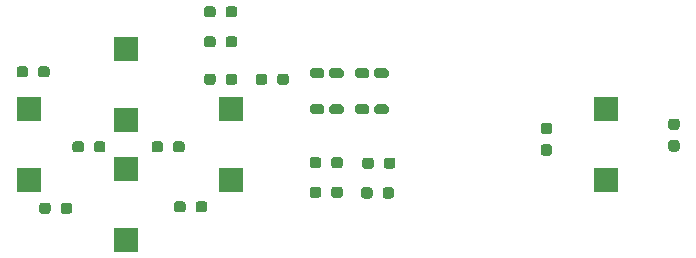
<source format=gbr>
%TF.GenerationSoftware,KiCad,Pcbnew,(5.1.9)-1*%
%TF.CreationDate,2021-11-21T17:51:23+01:00*%
%TF.ProjectId,MemoryBrakout,4d656d6f-7279-4427-9261-6b6f75742e6b,rev?*%
%TF.SameCoordinates,Original*%
%TF.FileFunction,Paste,Top*%
%TF.FilePolarity,Positive*%
%FSLAX46Y46*%
G04 Gerber Fmt 4.6, Leading zero omitted, Abs format (unit mm)*
G04 Created by KiCad (PCBNEW (5.1.9)-1) date 2021-11-21 17:51:23*
%MOMM*%
%LPD*%
G01*
G04 APERTURE LIST*
%ADD10R,2.000000X2.000000*%
G04 APERTURE END LIST*
%TO.C,R2*%
G36*
G01*
X209152500Y-106452000D02*
X208677500Y-106452000D01*
G75*
G02*
X208440000Y-106214500I0J237500D01*
G01*
X208440000Y-105714500D01*
G75*
G02*
X208677500Y-105477000I237500J0D01*
G01*
X209152500Y-105477000D01*
G75*
G02*
X209390000Y-105714500I0J-237500D01*
G01*
X209390000Y-106214500D01*
G75*
G02*
X209152500Y-106452000I-237500J0D01*
G01*
G37*
G36*
G01*
X209152500Y-104627000D02*
X208677500Y-104627000D01*
G75*
G02*
X208440000Y-104389500I0J237500D01*
G01*
X208440000Y-103889500D01*
G75*
G02*
X208677500Y-103652000I237500J0D01*
G01*
X209152500Y-103652000D01*
G75*
G02*
X209390000Y-103889500I0J-237500D01*
G01*
X209390000Y-104389500D01*
G75*
G02*
X209152500Y-104627000I-237500J0D01*
G01*
G37*
%TD*%
%TO.C,R3*%
G36*
G01*
X197882500Y-104010000D02*
X198357500Y-104010000D01*
G75*
G02*
X198595000Y-104247500I0J-237500D01*
G01*
X198595000Y-104747500D01*
G75*
G02*
X198357500Y-104985000I-237500J0D01*
G01*
X197882500Y-104985000D01*
G75*
G02*
X197645000Y-104747500I0J237500D01*
G01*
X197645000Y-104247500D01*
G75*
G02*
X197882500Y-104010000I237500J0D01*
G01*
G37*
G36*
G01*
X197882500Y-105835000D02*
X198357500Y-105835000D01*
G75*
G02*
X198595000Y-106072500I0J-237500D01*
G01*
X198595000Y-106572500D01*
G75*
G02*
X198357500Y-106810000I-237500J0D01*
G01*
X197882500Y-106810000D01*
G75*
G02*
X197645000Y-106572500I0J237500D01*
G01*
X197645000Y-106072500D01*
G75*
G02*
X197882500Y-105835000I237500J0D01*
G01*
G37*
%TD*%
%TO.C,R4*%
G36*
G01*
X170963000Y-97392500D02*
X170963000Y-96917500D01*
G75*
G02*
X171200500Y-96680000I237500J0D01*
G01*
X171700500Y-96680000D01*
G75*
G02*
X171938000Y-96917500I0J-237500D01*
G01*
X171938000Y-97392500D01*
G75*
G02*
X171700500Y-97630000I-237500J0D01*
G01*
X171200500Y-97630000D01*
G75*
G02*
X170963000Y-97392500I0J237500D01*
G01*
G37*
G36*
G01*
X169138000Y-97392500D02*
X169138000Y-96917500D01*
G75*
G02*
X169375500Y-96680000I237500J0D01*
G01*
X169875500Y-96680000D01*
G75*
G02*
X170113000Y-96917500I0J-237500D01*
G01*
X170113000Y-97392500D01*
G75*
G02*
X169875500Y-97630000I-237500J0D01*
G01*
X169375500Y-97630000D01*
G75*
G02*
X169138000Y-97392500I0J237500D01*
G01*
G37*
%TD*%
%TO.C,R5*%
G36*
G01*
X164692000Y-106282500D02*
X164692000Y-105807500D01*
G75*
G02*
X164929500Y-105570000I237500J0D01*
G01*
X165429500Y-105570000D01*
G75*
G02*
X165667000Y-105807500I0J-237500D01*
G01*
X165667000Y-106282500D01*
G75*
G02*
X165429500Y-106520000I-237500J0D01*
G01*
X164929500Y-106520000D01*
G75*
G02*
X164692000Y-106282500I0J237500D01*
G01*
G37*
G36*
G01*
X166517000Y-106282500D02*
X166517000Y-105807500D01*
G75*
G02*
X166754500Y-105570000I237500J0D01*
G01*
X167254500Y-105570000D01*
G75*
G02*
X167492000Y-105807500I0J-237500D01*
G01*
X167492000Y-106282500D01*
G75*
G02*
X167254500Y-106520000I-237500J0D01*
G01*
X166754500Y-106520000D01*
G75*
G02*
X166517000Y-106282500I0J237500D01*
G01*
G37*
%TD*%
%TO.C,R6*%
G36*
G01*
X155087000Y-99932500D02*
X155087000Y-99457500D01*
G75*
G02*
X155324500Y-99220000I237500J0D01*
G01*
X155824500Y-99220000D01*
G75*
G02*
X156062000Y-99457500I0J-237500D01*
G01*
X156062000Y-99932500D01*
G75*
G02*
X155824500Y-100170000I-237500J0D01*
G01*
X155324500Y-100170000D01*
G75*
G02*
X155087000Y-99932500I0J237500D01*
G01*
G37*
G36*
G01*
X153262000Y-99932500D02*
X153262000Y-99457500D01*
G75*
G02*
X153499500Y-99220000I237500J0D01*
G01*
X153999500Y-99220000D01*
G75*
G02*
X154237000Y-99457500I0J-237500D01*
G01*
X154237000Y-99932500D01*
G75*
G02*
X153999500Y-100170000I-237500J0D01*
G01*
X153499500Y-100170000D01*
G75*
G02*
X153262000Y-99932500I0J237500D01*
G01*
G37*
%TD*%
%TO.C,R8*%
G36*
G01*
X157985000Y-106282500D02*
X157985000Y-105807500D01*
G75*
G02*
X158222500Y-105570000I237500J0D01*
G01*
X158722500Y-105570000D01*
G75*
G02*
X158960000Y-105807500I0J-237500D01*
G01*
X158960000Y-106282500D01*
G75*
G02*
X158722500Y-106520000I-237500J0D01*
G01*
X158222500Y-106520000D01*
G75*
G02*
X157985000Y-106282500I0J237500D01*
G01*
G37*
G36*
G01*
X159810000Y-106282500D02*
X159810000Y-105807500D01*
G75*
G02*
X160047500Y-105570000I237500J0D01*
G01*
X160547500Y-105570000D01*
G75*
G02*
X160785000Y-105807500I0J-237500D01*
G01*
X160785000Y-106282500D01*
G75*
G02*
X160547500Y-106520000I-237500J0D01*
G01*
X160047500Y-106520000D01*
G75*
G02*
X159810000Y-106282500I0J237500D01*
G01*
G37*
%TD*%
%TO.C,R9*%
G36*
G01*
X156993000Y-111489500D02*
X156993000Y-111014500D01*
G75*
G02*
X157230500Y-110777000I237500J0D01*
G01*
X157730500Y-110777000D01*
G75*
G02*
X157968000Y-111014500I0J-237500D01*
G01*
X157968000Y-111489500D01*
G75*
G02*
X157730500Y-111727000I-237500J0D01*
G01*
X157230500Y-111727000D01*
G75*
G02*
X156993000Y-111489500I0J237500D01*
G01*
G37*
G36*
G01*
X155168000Y-111489500D02*
X155168000Y-111014500D01*
G75*
G02*
X155405500Y-110777000I237500J0D01*
G01*
X155905500Y-110777000D01*
G75*
G02*
X156143000Y-111014500I0J-237500D01*
G01*
X156143000Y-111489500D01*
G75*
G02*
X155905500Y-111727000I-237500J0D01*
G01*
X155405500Y-111727000D01*
G75*
G02*
X155168000Y-111489500I0J237500D01*
G01*
G37*
%TD*%
%TO.C,R10*%
G36*
G01*
X169138000Y-94852500D02*
X169138000Y-94377500D01*
G75*
G02*
X169375500Y-94140000I237500J0D01*
G01*
X169875500Y-94140000D01*
G75*
G02*
X170113000Y-94377500I0J-237500D01*
G01*
X170113000Y-94852500D01*
G75*
G02*
X169875500Y-95090000I-237500J0D01*
G01*
X169375500Y-95090000D01*
G75*
G02*
X169138000Y-94852500I0J237500D01*
G01*
G37*
G36*
G01*
X170963000Y-94852500D02*
X170963000Y-94377500D01*
G75*
G02*
X171200500Y-94140000I237500J0D01*
G01*
X171700500Y-94140000D01*
G75*
G02*
X171938000Y-94377500I0J-237500D01*
G01*
X171938000Y-94852500D01*
G75*
G02*
X171700500Y-95090000I-237500J0D01*
G01*
X171200500Y-95090000D01*
G75*
G02*
X170963000Y-94852500I0J237500D01*
G01*
G37*
%TD*%
%TO.C,R11*%
G36*
G01*
X173502000Y-100567500D02*
X173502000Y-100092500D01*
G75*
G02*
X173739500Y-99855000I237500J0D01*
G01*
X174239500Y-99855000D01*
G75*
G02*
X174477000Y-100092500I0J-237500D01*
G01*
X174477000Y-100567500D01*
G75*
G02*
X174239500Y-100805000I-237500J0D01*
G01*
X173739500Y-100805000D01*
G75*
G02*
X173502000Y-100567500I0J237500D01*
G01*
G37*
G36*
G01*
X175327000Y-100567500D02*
X175327000Y-100092500D01*
G75*
G02*
X175564500Y-99855000I237500J0D01*
G01*
X176064500Y-99855000D01*
G75*
G02*
X176302000Y-100092500I0J-237500D01*
G01*
X176302000Y-100567500D01*
G75*
G02*
X176064500Y-100805000I-237500J0D01*
G01*
X175564500Y-100805000D01*
G75*
G02*
X175327000Y-100567500I0J237500D01*
G01*
G37*
%TD*%
%TO.C,R12*%
G36*
G01*
X168423000Y-111362500D02*
X168423000Y-110887500D01*
G75*
G02*
X168660500Y-110650000I237500J0D01*
G01*
X169160500Y-110650000D01*
G75*
G02*
X169398000Y-110887500I0J-237500D01*
G01*
X169398000Y-111362500D01*
G75*
G02*
X169160500Y-111600000I-237500J0D01*
G01*
X168660500Y-111600000D01*
G75*
G02*
X168423000Y-111362500I0J237500D01*
G01*
G37*
G36*
G01*
X166598000Y-111362500D02*
X166598000Y-110887500D01*
G75*
G02*
X166835500Y-110650000I237500J0D01*
G01*
X167335500Y-110650000D01*
G75*
G02*
X167573000Y-110887500I0J-237500D01*
G01*
X167573000Y-111362500D01*
G75*
G02*
X167335500Y-111600000I-237500J0D01*
G01*
X166835500Y-111600000D01*
G75*
G02*
X166598000Y-111362500I0J237500D01*
G01*
G37*
%TD*%
%TO.C,R13*%
G36*
G01*
X170963000Y-100567500D02*
X170963000Y-100092500D01*
G75*
G02*
X171200500Y-99855000I237500J0D01*
G01*
X171700500Y-99855000D01*
G75*
G02*
X171938000Y-100092500I0J-237500D01*
G01*
X171938000Y-100567500D01*
G75*
G02*
X171700500Y-100805000I-237500J0D01*
G01*
X171200500Y-100805000D01*
G75*
G02*
X170963000Y-100567500I0J237500D01*
G01*
G37*
G36*
G01*
X169138000Y-100567500D02*
X169138000Y-100092500D01*
G75*
G02*
X169375500Y-99855000I237500J0D01*
G01*
X169875500Y-99855000D01*
G75*
G02*
X170113000Y-100092500I0J-237500D01*
G01*
X170113000Y-100567500D01*
G75*
G02*
X169875500Y-100805000I-237500J0D01*
G01*
X169375500Y-100805000D01*
G75*
G02*
X169138000Y-100567500I0J237500D01*
G01*
G37*
%TD*%
D10*
%TO.C,SW1*%
X203200000Y-108855000D03*
X203200000Y-102855000D03*
%TD*%
%TO.C,SW2*%
X162560000Y-97775000D03*
X162560000Y-103775000D03*
%TD*%
%TO.C,SW3*%
X154305000Y-102855000D03*
X154305000Y-108855000D03*
%TD*%
%TO.C,SW4*%
X162560000Y-113935000D03*
X162560000Y-107935000D03*
%TD*%
%TO.C,SW5*%
X171450000Y-108855000D03*
X171450000Y-102855000D03*
%TD*%
%TO.C,D1*%
G36*
G01*
X178103000Y-100017500D02*
X178103000Y-99592500D01*
G75*
G02*
X178315500Y-99380000I212500J0D01*
G01*
X179115500Y-99380000D01*
G75*
G02*
X179328000Y-99592500I0J-212500D01*
G01*
X179328000Y-100017500D01*
G75*
G02*
X179115500Y-100230000I-212500J0D01*
G01*
X178315500Y-100230000D01*
G75*
G02*
X178103000Y-100017500I0J212500D01*
G01*
G37*
G36*
G01*
X179728000Y-100017500D02*
X179728000Y-99592500D01*
G75*
G02*
X179940500Y-99380000I212500J0D01*
G01*
X180740500Y-99380000D01*
G75*
G02*
X180953000Y-99592500I0J-212500D01*
G01*
X180953000Y-100017500D01*
G75*
G02*
X180740500Y-100230000I-212500J0D01*
G01*
X179940500Y-100230000D01*
G75*
G02*
X179728000Y-100017500I0J212500D01*
G01*
G37*
%TD*%
%TO.C,D2*%
G36*
G01*
X179728000Y-103082500D02*
X179728000Y-102657500D01*
G75*
G02*
X179940500Y-102445000I212500J0D01*
G01*
X180740500Y-102445000D01*
G75*
G02*
X180953000Y-102657500I0J-212500D01*
G01*
X180953000Y-103082500D01*
G75*
G02*
X180740500Y-103295000I-212500J0D01*
G01*
X179940500Y-103295000D01*
G75*
G02*
X179728000Y-103082500I0J212500D01*
G01*
G37*
G36*
G01*
X178103000Y-103082500D02*
X178103000Y-102657500D01*
G75*
G02*
X178315500Y-102445000I212500J0D01*
G01*
X179115500Y-102445000D01*
G75*
G02*
X179328000Y-102657500I0J-212500D01*
G01*
X179328000Y-103082500D01*
G75*
G02*
X179115500Y-103295000I-212500J0D01*
G01*
X178315500Y-103295000D01*
G75*
G02*
X178103000Y-103082500I0J212500D01*
G01*
G37*
%TD*%
%TO.C,D3*%
G36*
G01*
X181913000Y-100017500D02*
X181913000Y-99592500D01*
G75*
G02*
X182125500Y-99380000I212500J0D01*
G01*
X182925500Y-99380000D01*
G75*
G02*
X183138000Y-99592500I0J-212500D01*
G01*
X183138000Y-100017500D01*
G75*
G02*
X182925500Y-100230000I-212500J0D01*
G01*
X182125500Y-100230000D01*
G75*
G02*
X181913000Y-100017500I0J212500D01*
G01*
G37*
G36*
G01*
X183538000Y-100017500D02*
X183538000Y-99592500D01*
G75*
G02*
X183750500Y-99380000I212500J0D01*
G01*
X184550500Y-99380000D01*
G75*
G02*
X184763000Y-99592500I0J-212500D01*
G01*
X184763000Y-100017500D01*
G75*
G02*
X184550500Y-100230000I-212500J0D01*
G01*
X183750500Y-100230000D01*
G75*
G02*
X183538000Y-100017500I0J212500D01*
G01*
G37*
%TD*%
%TO.C,D4*%
G36*
G01*
X183538000Y-103082500D02*
X183538000Y-102657500D01*
G75*
G02*
X183750500Y-102445000I212500J0D01*
G01*
X184550500Y-102445000D01*
G75*
G02*
X184763000Y-102657500I0J-212500D01*
G01*
X184763000Y-103082500D01*
G75*
G02*
X184550500Y-103295000I-212500J0D01*
G01*
X183750500Y-103295000D01*
G75*
G02*
X183538000Y-103082500I0J212500D01*
G01*
G37*
G36*
G01*
X181913000Y-103082500D02*
X181913000Y-102657500D01*
G75*
G02*
X182125500Y-102445000I212500J0D01*
G01*
X182925500Y-102445000D01*
G75*
G02*
X183138000Y-102657500I0J-212500D01*
G01*
X183138000Y-103082500D01*
G75*
G02*
X182925500Y-103295000I-212500J0D01*
G01*
X182125500Y-103295000D01*
G75*
G02*
X181913000Y-103082500I0J212500D01*
G01*
G37*
%TD*%
%TO.C,R14*%
G36*
G01*
X178080000Y-107622500D02*
X178080000Y-107147500D01*
G75*
G02*
X178317500Y-106910000I237500J0D01*
G01*
X178817500Y-106910000D01*
G75*
G02*
X179055000Y-107147500I0J-237500D01*
G01*
X179055000Y-107622500D01*
G75*
G02*
X178817500Y-107860000I-237500J0D01*
G01*
X178317500Y-107860000D01*
G75*
G02*
X178080000Y-107622500I0J237500D01*
G01*
G37*
G36*
G01*
X179905000Y-107622500D02*
X179905000Y-107147500D01*
G75*
G02*
X180142500Y-106910000I237500J0D01*
G01*
X180642500Y-106910000D01*
G75*
G02*
X180880000Y-107147500I0J-237500D01*
G01*
X180880000Y-107622500D01*
G75*
G02*
X180642500Y-107860000I-237500J0D01*
G01*
X180142500Y-107860000D01*
G75*
G02*
X179905000Y-107622500I0J237500D01*
G01*
G37*
%TD*%
%TO.C,R15*%
G36*
G01*
X184355000Y-107672500D02*
X184355000Y-107197500D01*
G75*
G02*
X184592500Y-106960000I237500J0D01*
G01*
X185092500Y-106960000D01*
G75*
G02*
X185330000Y-107197500I0J-237500D01*
G01*
X185330000Y-107672500D01*
G75*
G02*
X185092500Y-107910000I-237500J0D01*
G01*
X184592500Y-107910000D01*
G75*
G02*
X184355000Y-107672500I0J237500D01*
G01*
G37*
G36*
G01*
X182530000Y-107672500D02*
X182530000Y-107197500D01*
G75*
G02*
X182767500Y-106960000I237500J0D01*
G01*
X183267500Y-106960000D01*
G75*
G02*
X183505000Y-107197500I0J-237500D01*
G01*
X183505000Y-107672500D01*
G75*
G02*
X183267500Y-107910000I-237500J0D01*
G01*
X182767500Y-107910000D01*
G75*
G02*
X182530000Y-107672500I0J237500D01*
G01*
G37*
%TD*%
%TO.C,R16*%
G36*
G01*
X178080000Y-110132500D02*
X178080000Y-109657500D01*
G75*
G02*
X178317500Y-109420000I237500J0D01*
G01*
X178817500Y-109420000D01*
G75*
G02*
X179055000Y-109657500I0J-237500D01*
G01*
X179055000Y-110132500D01*
G75*
G02*
X178817500Y-110370000I-237500J0D01*
G01*
X178317500Y-110370000D01*
G75*
G02*
X178080000Y-110132500I0J237500D01*
G01*
G37*
G36*
G01*
X179905000Y-110132500D02*
X179905000Y-109657500D01*
G75*
G02*
X180142500Y-109420000I237500J0D01*
G01*
X180642500Y-109420000D01*
G75*
G02*
X180880000Y-109657500I0J-237500D01*
G01*
X180880000Y-110132500D01*
G75*
G02*
X180642500Y-110370000I-237500J0D01*
G01*
X180142500Y-110370000D01*
G75*
G02*
X179905000Y-110132500I0J237500D01*
G01*
G37*
%TD*%
%TO.C,R17*%
G36*
G01*
X184255000Y-110182500D02*
X184255000Y-109707500D01*
G75*
G02*
X184492500Y-109470000I237500J0D01*
G01*
X184992500Y-109470000D01*
G75*
G02*
X185230000Y-109707500I0J-237500D01*
G01*
X185230000Y-110182500D01*
G75*
G02*
X184992500Y-110420000I-237500J0D01*
G01*
X184492500Y-110420000D01*
G75*
G02*
X184255000Y-110182500I0J237500D01*
G01*
G37*
G36*
G01*
X182430000Y-110182500D02*
X182430000Y-109707500D01*
G75*
G02*
X182667500Y-109470000I237500J0D01*
G01*
X183167500Y-109470000D01*
G75*
G02*
X183405000Y-109707500I0J-237500D01*
G01*
X183405000Y-110182500D01*
G75*
G02*
X183167500Y-110420000I-237500J0D01*
G01*
X182667500Y-110420000D01*
G75*
G02*
X182430000Y-110182500I0J237500D01*
G01*
G37*
%TD*%
M02*

</source>
